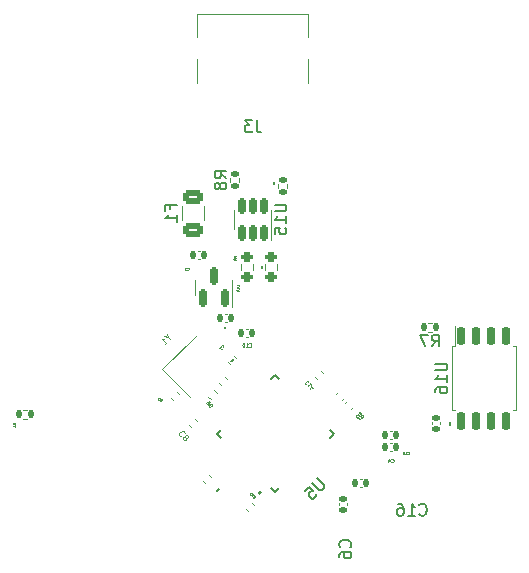
<source format=gbr>
%TF.GenerationSoftware,KiCad,Pcbnew,(6.0.5)*%
%TF.CreationDate,2022-06-10T22:56:38+05:30*%
%TF.ProjectId,mv2,6d76322e-6b69-4636-9164-5f7063625858,rev?*%
%TF.SameCoordinates,Original*%
%TF.FileFunction,Legend,Bot*%
%TF.FilePolarity,Positive*%
%FSLAX46Y46*%
G04 Gerber Fmt 4.6, Leading zero omitted, Abs format (unit mm)*
G04 Created by KiCad (PCBNEW (6.0.5)) date 2022-06-10 22:56:38*
%MOMM*%
%LPD*%
G01*
G04 APERTURE LIST*
G04 Aperture macros list*
%AMRoundRect*
0 Rectangle with rounded corners*
0 $1 Rounding radius*
0 $2 $3 $4 $5 $6 $7 $8 $9 X,Y pos of 4 corners*
0 Add a 4 corners polygon primitive as box body*
4,1,4,$2,$3,$4,$5,$6,$7,$8,$9,$2,$3,0*
0 Add four circle primitives for the rounded corners*
1,1,$1+$1,$2,$3*
1,1,$1+$1,$4,$5*
1,1,$1+$1,$6,$7*
1,1,$1+$1,$8,$9*
0 Add four rect primitives between the rounded corners*
20,1,$1+$1,$2,$3,$4,$5,0*
20,1,$1+$1,$4,$5,$6,$7,0*
20,1,$1+$1,$6,$7,$8,$9,0*
20,1,$1+$1,$8,$9,$2,$3,0*%
%AMRotRect*
0 Rectangle, with rotation*
0 The origin of the aperture is its center*
0 $1 length*
0 $2 width*
0 $3 Rotation angle, in degrees counterclockwise*
0 Add horizontal line*
21,1,$1,$2,0,0,$3*%
G04 Aperture macros list end*
%ADD10C,0.050000*%
%ADD11C,0.150000*%
%ADD12C,0.075000*%
%ADD13C,0.025000*%
%ADD14C,0.125000*%
%ADD15C,0.120000*%
%ADD16C,0.200000*%
%ADD17C,0.127000*%
%ADD18C,2.250000*%
%ADD19C,1.508000*%
%ADD20C,1.700000*%
%ADD21C,3.987800*%
%ADD22C,2.000000*%
%ADD23R,2.000000X3.200000*%
%ADD24R,2.000000X2.000000*%
%ADD25O,1.350000X1.350000*%
%ADD26R,1.350000X1.350000*%
%ADD27O,1.700000X1.700000*%
%ADD28R,1.700000X1.700000*%
%ADD29RoundRect,0.200000X-0.275000X0.200000X-0.275000X-0.200000X0.275000X-0.200000X0.275000X0.200000X0*%
%ADD30RoundRect,0.140000X-0.170000X0.140000X-0.170000X-0.140000X0.170000X-0.140000X0.170000X0.140000X0*%
%ADD31RoundRect,0.140000X-0.140000X-0.170000X0.140000X-0.170000X0.140000X0.170000X-0.140000X0.170000X0*%
%ADD32RoundRect,0.140000X0.219203X0.021213X0.021213X0.219203X-0.219203X-0.021213X-0.021213X-0.219203X0*%
%ADD33RoundRect,0.140000X0.021213X-0.219203X0.219203X-0.021213X-0.021213X0.219203X-0.219203X0.021213X0*%
%ADD34RoundRect,0.135000X0.135000X0.185000X-0.135000X0.185000X-0.135000X-0.185000X0.135000X-0.185000X0*%
%ADD35RoundRect,0.150000X0.150000X-0.512500X0.150000X0.512500X-0.150000X0.512500X-0.150000X-0.512500X0*%
%ADD36RoundRect,0.250000X-0.625000X0.375000X-0.625000X-0.375000X0.625000X-0.375000X0.625000X0.375000X0*%
%ADD37RoundRect,0.135000X-0.185000X0.135000X-0.185000X-0.135000X0.185000X-0.135000X0.185000X0.135000X0*%
%ADD38RoundRect,0.140000X-0.219203X-0.021213X-0.021213X-0.219203X0.219203X0.021213X0.021213X0.219203X0*%
%ADD39RoundRect,0.135000X-0.226274X-0.035355X-0.035355X-0.226274X0.226274X0.035355X0.035355X0.226274X0*%
%ADD40RoundRect,0.140000X0.140000X0.170000X-0.140000X0.170000X-0.140000X-0.170000X0.140000X-0.170000X0*%
%ADD41RoundRect,0.135000X-0.135000X-0.185000X0.135000X-0.185000X0.135000X0.185000X-0.135000X0.185000X0*%
%ADD42RoundRect,0.140000X0.170000X-0.140000X0.170000X0.140000X-0.170000X0.140000X-0.170000X-0.140000X0*%
%ADD43RoundRect,0.150000X0.150000X-0.587500X0.150000X0.587500X-0.150000X0.587500X-0.150000X-0.587500X0*%
%ADD44RoundRect,0.150000X-0.150000X0.650000X-0.150000X-0.650000X0.150000X-0.650000X0.150000X0.650000X0*%
%ADD45RotRect,3.100000X3.100000X45.000000*%
%ADD46RoundRect,0.020000X0.226274X-0.339411X0.339411X-0.226274X-0.226274X0.339411X-0.339411X0.226274X0*%
%ADD47RoundRect,0.006000X-0.226274X-0.359210X0.359210X0.226274X0.226274X0.359210X-0.359210X-0.226274X0*%
%ADD48O,1.000000X2.100000*%
%ADD49O,1.000000X1.600000*%
%ADD50R,0.600000X1.450000*%
%ADD51R,0.300000X1.450000*%
%ADD52C,0.650000*%
%ADD53RotRect,1.400000X1.200000X45.000000*%
G04 APERTURE END LIST*
D10*
%TO.C,R4*%
X148680476Y-61180666D02*
X148585238Y-61114000D01*
X148680476Y-61066380D02*
X148480476Y-61066380D01*
X148480476Y-61142571D01*
X148490000Y-61161619D01*
X148499523Y-61171142D01*
X148518571Y-61180666D01*
X148547142Y-61180666D01*
X148566190Y-61171142D01*
X148575714Y-61161619D01*
X148585238Y-61142571D01*
X148585238Y-61066380D01*
X148547142Y-61352095D02*
X148680476Y-61352095D01*
X148470952Y-61304476D02*
X148613809Y-61256857D01*
X148613809Y-61380666D01*
D11*
%TO.C,C6*%
X158345142Y-85685333D02*
X158392761Y-85637714D01*
X158440380Y-85494857D01*
X158440380Y-85399619D01*
X158392761Y-85256761D01*
X158297523Y-85161523D01*
X158202285Y-85113904D01*
X158011809Y-85066285D01*
X157868952Y-85066285D01*
X157678476Y-85113904D01*
X157583238Y-85161523D01*
X157488000Y-85256761D01*
X157440380Y-85399619D01*
X157440380Y-85494857D01*
X157488000Y-85637714D01*
X157535619Y-85685333D01*
X157440380Y-86542476D02*
X157440380Y-86352000D01*
X157488000Y-86256761D01*
X157535619Y-86209142D01*
X157678476Y-86113904D01*
X157868952Y-86066285D01*
X158249904Y-86066285D01*
X158345142Y-86113904D01*
X158392761Y-86161523D01*
X158440380Y-86256761D01*
X158440380Y-86447238D01*
X158392761Y-86542476D01*
X158345142Y-86590095D01*
X158249904Y-86637714D01*
X158011809Y-86637714D01*
X157916571Y-86590095D01*
X157868952Y-86542476D01*
X157821333Y-86447238D01*
X157821333Y-86256761D01*
X157868952Y-86161523D01*
X157916571Y-86113904D01*
X158011809Y-86066285D01*
D12*
%TO.C,C4*%
X161848000Y-78483142D02*
X161862285Y-78497428D01*
X161905142Y-78511714D01*
X161933714Y-78511714D01*
X161976571Y-78497428D01*
X162005142Y-78468857D01*
X162019428Y-78440285D01*
X162033714Y-78383142D01*
X162033714Y-78340285D01*
X162019428Y-78283142D01*
X162005142Y-78254571D01*
X161976571Y-78226000D01*
X161933714Y-78211714D01*
X161905142Y-78211714D01*
X161862285Y-78226000D01*
X161848000Y-78240285D01*
X161590857Y-78311714D02*
X161590857Y-78511714D01*
X161662285Y-78197428D02*
X161733714Y-78411714D01*
X161548000Y-78411714D01*
D10*
%TO.C,C18*%
X150073594Y-81138578D02*
X150073594Y-81125109D01*
X150060126Y-81098172D01*
X150046657Y-81084703D01*
X150019720Y-81071235D01*
X149992782Y-81071235D01*
X149972579Y-81077969D01*
X149938907Y-81098172D01*
X149918704Y-81118375D01*
X149898501Y-81152047D01*
X149891767Y-81172250D01*
X149891767Y-81199187D01*
X149905236Y-81226125D01*
X149918704Y-81239593D01*
X149945642Y-81253062D01*
X149959110Y-81253062D01*
X150221750Y-81259796D02*
X150140938Y-81178984D01*
X150181344Y-81219390D02*
X150039923Y-81360812D01*
X150046657Y-81327140D01*
X150046657Y-81300203D01*
X150039923Y-81280000D01*
X150221750Y-81421421D02*
X150201547Y-81414687D01*
X150188078Y-81414687D01*
X150167875Y-81421421D01*
X150161141Y-81428155D01*
X150154407Y-81448358D01*
X150154407Y-81461827D01*
X150161141Y-81482030D01*
X150188078Y-81508967D01*
X150208281Y-81515702D01*
X150221750Y-81515702D01*
X150241953Y-81508967D01*
X150248688Y-81502233D01*
X150255422Y-81482030D01*
X150255422Y-81468561D01*
X150248688Y-81448358D01*
X150221750Y-81421421D01*
X150215016Y-81401218D01*
X150215016Y-81387749D01*
X150221750Y-81367546D01*
X150248688Y-81340609D01*
X150268891Y-81333874D01*
X150282359Y-81333874D01*
X150302562Y-81340609D01*
X150329500Y-81367546D01*
X150336234Y-81387749D01*
X150336234Y-81401218D01*
X150329500Y-81421421D01*
X150302562Y-81448358D01*
X150282359Y-81455093D01*
X150268891Y-81455093D01*
X150248688Y-81448358D01*
%TO.C,C17*%
X159399421Y-74635593D02*
X159412890Y-74635593D01*
X159439827Y-74622125D01*
X159453296Y-74608656D01*
X159466764Y-74581719D01*
X159466764Y-74554781D01*
X159460030Y-74534578D01*
X159439827Y-74500906D01*
X159419624Y-74480703D01*
X159385952Y-74460500D01*
X159365749Y-74453766D01*
X159338812Y-74453766D01*
X159311874Y-74467235D01*
X159298406Y-74480703D01*
X159284937Y-74507641D01*
X159284937Y-74521109D01*
X159278203Y-74783749D02*
X159359015Y-74702937D01*
X159318609Y-74743343D02*
X159177187Y-74601922D01*
X159210859Y-74608656D01*
X159237796Y-74608656D01*
X159258000Y-74601922D01*
X159089641Y-74689468D02*
X158995360Y-74783749D01*
X159197390Y-74864561D01*
%TO.C,C3*%
X144559333Y-62191428D02*
X144568857Y-62200952D01*
X144597428Y-62210476D01*
X144616476Y-62210476D01*
X144645047Y-62200952D01*
X144664095Y-62181904D01*
X144673619Y-62162857D01*
X144683142Y-62124761D01*
X144683142Y-62096190D01*
X144673619Y-62058095D01*
X144664095Y-62039047D01*
X144645047Y-62020000D01*
X144616476Y-62010476D01*
X144597428Y-62010476D01*
X144568857Y-62020000D01*
X144559333Y-62029523D01*
X144492666Y-62010476D02*
X144368857Y-62010476D01*
X144435523Y-62086666D01*
X144406952Y-62086666D01*
X144387904Y-62096190D01*
X144378380Y-62105714D01*
X144368857Y-62124761D01*
X144368857Y-62172380D01*
X144378380Y-62191428D01*
X144387904Y-62200952D01*
X144406952Y-62210476D01*
X144464095Y-62210476D01*
X144483142Y-62200952D01*
X144492666Y-62191428D01*
%TO.C,R1*%
X130002450Y-75286692D02*
X129907212Y-75220026D01*
X130002450Y-75172406D02*
X129802450Y-75172406D01*
X129802450Y-75248597D01*
X129811974Y-75267645D01*
X129821497Y-75277168D01*
X129840545Y-75286692D01*
X129869116Y-75286692D01*
X129888164Y-75277168D01*
X129897688Y-75267645D01*
X129907212Y-75248597D01*
X129907212Y-75172406D01*
X130002450Y-75477168D02*
X130002450Y-75362883D01*
X130002450Y-75420026D02*
X129802450Y-75420026D01*
X129831021Y-75400978D01*
X129850069Y-75381930D01*
X129859593Y-75362883D01*
D11*
%TO.C,U15*%
X151966380Y-56673904D02*
X152775904Y-56673904D01*
X152871142Y-56721523D01*
X152918761Y-56769142D01*
X152966380Y-56864380D01*
X152966380Y-57054857D01*
X152918761Y-57150095D01*
X152871142Y-57197714D01*
X152775904Y-57245333D01*
X151966380Y-57245333D01*
X152966380Y-58245333D02*
X152966380Y-57673904D01*
X152966380Y-57959619D02*
X151966380Y-57959619D01*
X152109238Y-57864380D01*
X152204476Y-57769142D01*
X152252095Y-57673904D01*
X151966380Y-59150095D02*
X151966380Y-58673904D01*
X152442571Y-58626285D01*
X152394952Y-58673904D01*
X152347333Y-58769142D01*
X152347333Y-59007238D01*
X152394952Y-59102476D01*
X152442571Y-59150095D01*
X152537809Y-59197714D01*
X152775904Y-59197714D01*
X152871142Y-59150095D01*
X152918761Y-59102476D01*
X152966380Y-59007238D01*
X152966380Y-58769142D01*
X152918761Y-58673904D01*
X152871142Y-58626285D01*
D13*
%TO.C,C15*%
X147187325Y-80802411D02*
X147194060Y-80802411D01*
X147207528Y-80795677D01*
X147214263Y-80788943D01*
X147220997Y-80775474D01*
X147220997Y-80762005D01*
X147217630Y-80751904D01*
X147207528Y-80735068D01*
X147197427Y-80724966D01*
X147180591Y-80714865D01*
X147170489Y-80711498D01*
X147157021Y-80711498D01*
X147143552Y-80718232D01*
X147136818Y-80724966D01*
X147130083Y-80738435D01*
X147130083Y-80745169D01*
X147126716Y-80876489D02*
X147167122Y-80836083D01*
X147146919Y-80856286D02*
X147076208Y-80785576D01*
X147093044Y-80788943D01*
X147106513Y-80788943D01*
X147116615Y-80785576D01*
X146992029Y-80869755D02*
X147025701Y-80836083D01*
X147062740Y-80866388D01*
X147056005Y-80866388D01*
X147045904Y-80869755D01*
X147029068Y-80886591D01*
X147025701Y-80896692D01*
X147025701Y-80903427D01*
X147029068Y-80913528D01*
X147045904Y-80930364D01*
X147056005Y-80933731D01*
X147062740Y-80933731D01*
X147072841Y-80930364D01*
X147089677Y-80913528D01*
X147093044Y-80903427D01*
X147093044Y-80896692D01*
D10*
%TO.C,C7*%
X147562666Y-68775526D02*
X147576135Y-68775526D01*
X147603072Y-68762057D01*
X147616541Y-68748588D01*
X147630010Y-68721651D01*
X147630010Y-68694714D01*
X147623276Y-68674511D01*
X147603072Y-68640839D01*
X147582869Y-68620636D01*
X147549198Y-68600433D01*
X147528995Y-68593698D01*
X147502057Y-68593698D01*
X147475120Y-68607167D01*
X147461651Y-68620636D01*
X147448182Y-68647573D01*
X147448182Y-68661042D01*
X147387573Y-68694714D02*
X147293292Y-68788995D01*
X147495323Y-68869807D01*
D11*
%TO.C,F1*%
X143142571Y-57070666D02*
X143142571Y-56737333D01*
X143666380Y-56737333D02*
X142666380Y-56737333D01*
X142666380Y-57213523D01*
X143666380Y-58118285D02*
X143666380Y-57546857D01*
X143666380Y-57832571D02*
X142666380Y-57832571D01*
X142809238Y-57737333D01*
X142904476Y-57642095D01*
X142952095Y-57546857D01*
%TO.C,R8*%
X147872380Y-54443333D02*
X147396190Y-54110000D01*
X147872380Y-53871904D02*
X146872380Y-53871904D01*
X146872380Y-54252857D01*
X146920000Y-54348095D01*
X146967619Y-54395714D01*
X147062857Y-54443333D01*
X147205714Y-54443333D01*
X147300952Y-54395714D01*
X147348571Y-54348095D01*
X147396190Y-54252857D01*
X147396190Y-53871904D01*
X147300952Y-55014761D02*
X147253333Y-54919523D01*
X147205714Y-54871904D01*
X147110476Y-54824285D01*
X147062857Y-54824285D01*
X146967619Y-54871904D01*
X146920000Y-54919523D01*
X146872380Y-55014761D01*
X146872380Y-55205238D01*
X146920000Y-55300476D01*
X146967619Y-55348095D01*
X147062857Y-55395714D01*
X147110476Y-55395714D01*
X147205714Y-55348095D01*
X147253333Y-55300476D01*
X147300952Y-55205238D01*
X147300952Y-55014761D01*
X147348571Y-54919523D01*
X147396190Y-54871904D01*
X147491428Y-54824285D01*
X147681904Y-54824285D01*
X147777142Y-54871904D01*
X147824761Y-54919523D01*
X147872380Y-55014761D01*
X147872380Y-55205238D01*
X147824761Y-55300476D01*
X147777142Y-55348095D01*
X147681904Y-55395714D01*
X147491428Y-55395714D01*
X147396190Y-55348095D01*
X147348571Y-55300476D01*
X147300952Y-55205238D01*
D14*
%TO.C,C8*%
X144339343Y-76014805D02*
X144339343Y-75981133D01*
X144305671Y-75913790D01*
X144272000Y-75880118D01*
X144204656Y-75846446D01*
X144137312Y-75846446D01*
X144086805Y-75863282D01*
X144002625Y-75913790D01*
X143952118Y-75964297D01*
X143901610Y-76048477D01*
X143884774Y-76098984D01*
X143884774Y-76166328D01*
X143918446Y-76233671D01*
X143952118Y-76267343D01*
X144019461Y-76301015D01*
X144053133Y-76301015D01*
X144373015Y-76385194D02*
X144322507Y-76368358D01*
X144288835Y-76368358D01*
X144238328Y-76385194D01*
X144221492Y-76402030D01*
X144204656Y-76452538D01*
X144204656Y-76486209D01*
X144221492Y-76536717D01*
X144288835Y-76604061D01*
X144339343Y-76620896D01*
X144373015Y-76620896D01*
X144423522Y-76604061D01*
X144440358Y-76587225D01*
X144457194Y-76536717D01*
X144457194Y-76503045D01*
X144440358Y-76452538D01*
X144373015Y-76385194D01*
X144356179Y-76334687D01*
X144356179Y-76301015D01*
X144373015Y-76250507D01*
X144440358Y-76183164D01*
X144490866Y-76166328D01*
X144524538Y-76166328D01*
X144575045Y-76183164D01*
X144642389Y-76250507D01*
X144659225Y-76301015D01*
X144659225Y-76334687D01*
X144642389Y-76385194D01*
X144575045Y-76452538D01*
X144524538Y-76469374D01*
X144490866Y-76469374D01*
X144440358Y-76452538D01*
D12*
%TO.C,C14*%
X154821146Y-71728111D02*
X154821146Y-71707908D01*
X154800943Y-71667502D01*
X154780740Y-71647299D01*
X154740334Y-71627096D01*
X154699928Y-71627096D01*
X154669623Y-71637198D01*
X154619116Y-71667502D01*
X154588811Y-71697807D01*
X154558507Y-71748315D01*
X154548405Y-71778619D01*
X154548405Y-71819025D01*
X154568608Y-71859431D01*
X154588811Y-71879634D01*
X154629217Y-71899837D01*
X154649420Y-71899837D01*
X155043380Y-71909939D02*
X154922162Y-71788721D01*
X154982771Y-71849330D02*
X154770639Y-72061462D01*
X154780740Y-72010954D01*
X154780740Y-71970548D01*
X154770639Y-71940244D01*
X155083786Y-72233188D02*
X155225207Y-72091766D01*
X154952466Y-72263492D02*
X155053481Y-72061462D01*
X155184801Y-72192782D01*
%TO.C,R6*%
X146511985Y-73422055D02*
X146340259Y-73452359D01*
X146390766Y-73300836D02*
X146178634Y-73512968D01*
X146259447Y-73593781D01*
X146289751Y-73603882D01*
X146309954Y-73603882D01*
X146340259Y-73593781D01*
X146370563Y-73563476D01*
X146380665Y-73533171D01*
X146380665Y-73512968D01*
X146370563Y-73482664D01*
X146289751Y-73401852D01*
X146481680Y-73816014D02*
X146441274Y-73775608D01*
X146431172Y-73745303D01*
X146431172Y-73725100D01*
X146441274Y-73674593D01*
X146471579Y-73624085D01*
X146552391Y-73543273D01*
X146582695Y-73533171D01*
X146602898Y-73533171D01*
X146633203Y-73543273D01*
X146673609Y-73583679D01*
X146683711Y-73613984D01*
X146683711Y-73634187D01*
X146673609Y-73664491D01*
X146623101Y-73714999D01*
X146592797Y-73725100D01*
X146572594Y-73725100D01*
X146542289Y-73714999D01*
X146501883Y-73674593D01*
X146491782Y-73644288D01*
X146491782Y-73624085D01*
X146501883Y-73593781D01*
D13*
%TO.C,C5*%
X147736830Y-67091714D02*
X147741592Y-67096476D01*
X147755878Y-67101238D01*
X147765402Y-67101238D01*
X147779687Y-67096476D01*
X147789211Y-67086952D01*
X147793973Y-67077428D01*
X147798735Y-67058380D01*
X147798735Y-67044095D01*
X147793973Y-67025047D01*
X147789211Y-67015523D01*
X147779687Y-67006000D01*
X147765402Y-67001238D01*
X147755878Y-67001238D01*
X147741592Y-67006000D01*
X147736830Y-67010761D01*
X147646354Y-67001238D02*
X147693973Y-67001238D01*
X147698735Y-67048857D01*
X147693973Y-67044095D01*
X147684449Y-67039333D01*
X147660640Y-67039333D01*
X147651116Y-67044095D01*
X147646354Y-67048857D01*
X147641592Y-67058380D01*
X147641592Y-67082190D01*
X147646354Y-67091714D01*
X147651116Y-67096476D01*
X147660640Y-67101238D01*
X147684449Y-67101238D01*
X147693973Y-67096476D01*
X147698735Y-67091714D01*
D11*
%TO.C,R7*%
X165266666Y-68678380D02*
X165600000Y-68202190D01*
X165838095Y-68678380D02*
X165838095Y-67678380D01*
X165457142Y-67678380D01*
X165361904Y-67726000D01*
X165314285Y-67773619D01*
X165266666Y-67868857D01*
X165266666Y-68011714D01*
X165314285Y-68106952D01*
X165361904Y-68154571D01*
X165457142Y-68202190D01*
X165838095Y-68202190D01*
X164933333Y-67678380D02*
X164266666Y-67678380D01*
X164695238Y-68678380D01*
D13*
%TO.C,R5*%
X150921238Y-61959333D02*
X150873619Y-61926000D01*
X150921238Y-61902190D02*
X150821238Y-61902190D01*
X150821238Y-61940285D01*
X150826000Y-61949809D01*
X150830761Y-61954571D01*
X150840285Y-61959333D01*
X150854571Y-61959333D01*
X150864095Y-61954571D01*
X150868857Y-61949809D01*
X150873619Y-61940285D01*
X150873619Y-61902190D01*
X150821238Y-62049809D02*
X150821238Y-62002190D01*
X150868857Y-61997428D01*
X150864095Y-62002190D01*
X150859333Y-62011714D01*
X150859333Y-62035523D01*
X150864095Y-62045047D01*
X150868857Y-62049809D01*
X150878380Y-62054571D01*
X150902190Y-62054571D01*
X150911714Y-62049809D01*
X150916476Y-62045047D01*
X150921238Y-62035523D01*
X150921238Y-62011714D01*
X150916476Y-62002190D01*
X150911714Y-61997428D01*
%TO.C,R9*%
X151937238Y-54847333D02*
X151889619Y-54814000D01*
X151937238Y-54790190D02*
X151837238Y-54790190D01*
X151837238Y-54828285D01*
X151842000Y-54837809D01*
X151846761Y-54842571D01*
X151856285Y-54847333D01*
X151870571Y-54847333D01*
X151880095Y-54842571D01*
X151884857Y-54837809D01*
X151889619Y-54828285D01*
X151889619Y-54790190D01*
X151937238Y-54894952D02*
X151937238Y-54914000D01*
X151932476Y-54923523D01*
X151927714Y-54928285D01*
X151913428Y-54937809D01*
X151894380Y-54942571D01*
X151856285Y-54942571D01*
X151846761Y-54937809D01*
X151842000Y-54933047D01*
X151837238Y-54923523D01*
X151837238Y-54904476D01*
X151842000Y-54894952D01*
X151846761Y-54890190D01*
X151856285Y-54885428D01*
X151880095Y-54885428D01*
X151889619Y-54890190D01*
X151894380Y-54894952D01*
X151899142Y-54904476D01*
X151899142Y-54923523D01*
X151894380Y-54933047D01*
X151889619Y-54937809D01*
X151880095Y-54942571D01*
%TO.C,C19*%
X166803714Y-75119714D02*
X166808476Y-75114952D01*
X166813238Y-75100666D01*
X166813238Y-75091142D01*
X166808476Y-75076857D01*
X166798952Y-75067333D01*
X166789428Y-75062571D01*
X166770380Y-75057809D01*
X166756095Y-75057809D01*
X166737047Y-75062571D01*
X166727523Y-75067333D01*
X166718000Y-75076857D01*
X166713238Y-75091142D01*
X166713238Y-75100666D01*
X166718000Y-75114952D01*
X166722761Y-75119714D01*
X166813238Y-75214952D02*
X166813238Y-75157809D01*
X166813238Y-75186380D02*
X166713238Y-75186380D01*
X166727523Y-75176857D01*
X166737047Y-75167333D01*
X166741809Y-75157809D01*
X166813238Y-75262571D02*
X166813238Y-75281619D01*
X166808476Y-75291142D01*
X166803714Y-75295904D01*
X166789428Y-75305428D01*
X166770380Y-75310190D01*
X166732285Y-75310190D01*
X166722761Y-75305428D01*
X166718000Y-75300666D01*
X166713238Y-75291142D01*
X166713238Y-75272095D01*
X166718000Y-75262571D01*
X166722761Y-75257809D01*
X166732285Y-75253047D01*
X166756095Y-75253047D01*
X166765619Y-75257809D01*
X166770380Y-75262571D01*
X166775142Y-75272095D01*
X166775142Y-75291142D01*
X166770380Y-75300666D01*
X166765619Y-75305428D01*
X166756095Y-75310190D01*
%TO.C,C13*%
X148406710Y-69829797D02*
X148413445Y-69829797D01*
X148426913Y-69823063D01*
X148433648Y-69816329D01*
X148440382Y-69802860D01*
X148440382Y-69789391D01*
X148437015Y-69779290D01*
X148426913Y-69762454D01*
X148416812Y-69752352D01*
X148399976Y-69742251D01*
X148389874Y-69738884D01*
X148376406Y-69738884D01*
X148362937Y-69745618D01*
X148356203Y-69752352D01*
X148349468Y-69765821D01*
X148349468Y-69772555D01*
X148346101Y-69903875D02*
X148386507Y-69863469D01*
X148366304Y-69883672D02*
X148295593Y-69812962D01*
X148312429Y-69816329D01*
X148325898Y-69816329D01*
X148336000Y-69812962D01*
X148251820Y-69856735D02*
X148208047Y-69900508D01*
X148258554Y-69903875D01*
X148248453Y-69913977D01*
X148245086Y-69924078D01*
X148245086Y-69930813D01*
X148248453Y-69940914D01*
X148265289Y-69957750D01*
X148275390Y-69961117D01*
X148282125Y-69961117D01*
X148292226Y-69957750D01*
X148312429Y-69937547D01*
X148315796Y-69927446D01*
X148315796Y-69920711D01*
D10*
%TO.C,U14*%
X148734476Y-63506380D02*
X148896380Y-63506380D01*
X148915428Y-63515904D01*
X148924952Y-63525428D01*
X148934476Y-63544476D01*
X148934476Y-63582571D01*
X148924952Y-63601619D01*
X148915428Y-63611142D01*
X148896380Y-63620666D01*
X148734476Y-63620666D01*
X148934476Y-63820666D02*
X148934476Y-63706380D01*
X148934476Y-63763523D02*
X148734476Y-63763523D01*
X148763047Y-63744476D01*
X148782095Y-63725428D01*
X148791619Y-63706380D01*
X148801142Y-63992095D02*
X148934476Y-63992095D01*
X148724952Y-63944476D02*
X148867809Y-63896857D01*
X148867809Y-64020666D01*
D11*
%TO.C,U16*%
X165564380Y-70135904D02*
X166373904Y-70135904D01*
X166469142Y-70183523D01*
X166516761Y-70231142D01*
X166564380Y-70326380D01*
X166564380Y-70516857D01*
X166516761Y-70612095D01*
X166469142Y-70659714D01*
X166373904Y-70707333D01*
X165564380Y-70707333D01*
X166564380Y-71707333D02*
X166564380Y-71135904D01*
X166564380Y-71421619D02*
X165564380Y-71421619D01*
X165707238Y-71326380D01*
X165802476Y-71231142D01*
X165850095Y-71135904D01*
X165564380Y-72564476D02*
X165564380Y-72374000D01*
X165612000Y-72278761D01*
X165659619Y-72231142D01*
X165802476Y-72135904D01*
X165992952Y-72088285D01*
X166373904Y-72088285D01*
X166469142Y-72135904D01*
X166516761Y-72183523D01*
X166564380Y-72278761D01*
X166564380Y-72469238D01*
X166516761Y-72564476D01*
X166469142Y-72612095D01*
X166373904Y-72659714D01*
X166135809Y-72659714D01*
X166040571Y-72612095D01*
X165992952Y-72564476D01*
X165945333Y-72469238D01*
X165945333Y-72278761D01*
X165992952Y-72183523D01*
X166040571Y-72135904D01*
X166135809Y-72088285D01*
%TO.C,U5*%
X155571706Y-79863428D02*
X156144126Y-80435848D01*
X156177798Y-80536863D01*
X156177798Y-80604207D01*
X156144126Y-80705222D01*
X156009439Y-80839909D01*
X155908424Y-80873581D01*
X155841080Y-80873581D01*
X155740065Y-80839909D01*
X155167645Y-80267489D01*
X154494210Y-80940924D02*
X154830928Y-80604207D01*
X155201317Y-80907253D01*
X155133974Y-80907253D01*
X155032958Y-80940924D01*
X154864600Y-81109283D01*
X154830928Y-81210298D01*
X154830928Y-81277642D01*
X154864600Y-81378657D01*
X155032958Y-81547016D01*
X155133974Y-81580688D01*
X155201317Y-81580688D01*
X155302332Y-81547016D01*
X155470691Y-81378657D01*
X155504363Y-81277642D01*
X155504363Y-81210298D01*
D10*
%TO.C,C11*%
X163196571Y-77795428D02*
X163206095Y-77804952D01*
X163234666Y-77814476D01*
X163253714Y-77814476D01*
X163282285Y-77804952D01*
X163301333Y-77785904D01*
X163310857Y-77766857D01*
X163320380Y-77728761D01*
X163320380Y-77700190D01*
X163310857Y-77662095D01*
X163301333Y-77643047D01*
X163282285Y-77624000D01*
X163253714Y-77614476D01*
X163234666Y-77614476D01*
X163206095Y-77624000D01*
X163196571Y-77633523D01*
X163006095Y-77814476D02*
X163120380Y-77814476D01*
X163063238Y-77814476D02*
X163063238Y-77614476D01*
X163082285Y-77643047D01*
X163101333Y-77662095D01*
X163120380Y-77671619D01*
X162815619Y-77814476D02*
X162929904Y-77814476D01*
X162872761Y-77814476D02*
X162872761Y-77614476D01*
X162891809Y-77643047D01*
X162910857Y-77662095D01*
X162929904Y-77671619D01*
D11*
%TO.C,J3*%
X150447333Y-49547380D02*
X150447333Y-50261666D01*
X150494952Y-50404523D01*
X150590190Y-50499761D01*
X150733047Y-50547380D01*
X150828285Y-50547380D01*
X150066380Y-49547380D02*
X149447333Y-49547380D01*
X149780666Y-49928333D01*
X149637809Y-49928333D01*
X149542571Y-49975952D01*
X149494952Y-50023571D01*
X149447333Y-50118809D01*
X149447333Y-50356904D01*
X149494952Y-50452142D01*
X149542571Y-50499761D01*
X149637809Y-50547380D01*
X149923523Y-50547380D01*
X150018761Y-50499761D01*
X150066380Y-50452142D01*
D10*
%TO.C,Ce*%
X142273671Y-73084657D02*
X142273671Y-73071188D01*
X142260203Y-73044251D01*
X142246734Y-73030782D01*
X142219796Y-73017313D01*
X142192859Y-73017313D01*
X142172656Y-73024048D01*
X142138984Y-73044251D01*
X142118781Y-73064454D01*
X142098578Y-73098126D01*
X142091844Y-73118329D01*
X142091844Y-73145266D01*
X142105312Y-73172204D01*
X142118781Y-73185672D01*
X142145719Y-73199141D01*
X142159187Y-73199141D01*
X142394890Y-73192407D02*
X142388155Y-73172204D01*
X142361218Y-73145266D01*
X142341015Y-73138532D01*
X142320812Y-73145266D01*
X142266937Y-73199141D01*
X142260203Y-73219344D01*
X142266937Y-73239547D01*
X142293874Y-73266484D01*
X142314077Y-73273219D01*
X142334280Y-73266484D01*
X142347749Y-73253016D01*
X142293874Y-73172204D01*
D14*
%TO.C,Y1*%
X142907940Y-67895223D02*
X143076299Y-68063582D01*
X142840597Y-67592177D02*
X142907940Y-67895223D01*
X142604895Y-67827879D01*
X142655402Y-68484478D02*
X142857433Y-68282448D01*
X142756417Y-68383463D02*
X142402864Y-68029910D01*
X142487043Y-68046746D01*
X142554387Y-68046746D01*
X142604895Y-68029910D01*
D10*
%TO.C,C12*%
X159203665Y-74439837D02*
X159217134Y-74439837D01*
X159244071Y-74426369D01*
X159257540Y-74412900D01*
X159271008Y-74385963D01*
X159271008Y-74359025D01*
X159264274Y-74338822D01*
X159244071Y-74305150D01*
X159223868Y-74284947D01*
X159190196Y-74264744D01*
X159169993Y-74258010D01*
X159143056Y-74258010D01*
X159116118Y-74271479D01*
X159102650Y-74284947D01*
X159089181Y-74311885D01*
X159089181Y-74325353D01*
X159082447Y-74587993D02*
X159163259Y-74507181D01*
X159122853Y-74547587D02*
X158981431Y-74406166D01*
X159015103Y-74412900D01*
X159042040Y-74412900D01*
X159062244Y-74406166D01*
X158900619Y-74513915D02*
X158887150Y-74513915D01*
X158866947Y-74520650D01*
X158833276Y-74554321D01*
X158826541Y-74574524D01*
X158826541Y-74587993D01*
X158833276Y-74608196D01*
X158846744Y-74621665D01*
X158873682Y-74635134D01*
X159035306Y-74635134D01*
X158947760Y-74722680D01*
D11*
%TO.C,C16*%
X164218857Y-82907142D02*
X164266476Y-82954761D01*
X164409333Y-83002380D01*
X164504571Y-83002380D01*
X164647428Y-82954761D01*
X164742666Y-82859523D01*
X164790285Y-82764285D01*
X164837904Y-82573809D01*
X164837904Y-82430952D01*
X164790285Y-82240476D01*
X164742666Y-82145238D01*
X164647428Y-82050000D01*
X164504571Y-82002380D01*
X164409333Y-82002380D01*
X164266476Y-82050000D01*
X164218857Y-82097619D01*
X163266476Y-83002380D02*
X163837904Y-83002380D01*
X163552190Y-83002380D02*
X163552190Y-82002380D01*
X163647428Y-82145238D01*
X163742666Y-82240476D01*
X163837904Y-82288095D01*
X162409333Y-82002380D02*
X162599809Y-82002380D01*
X162695047Y-82050000D01*
X162742666Y-82097619D01*
X162837904Y-82240476D01*
X162885523Y-82430952D01*
X162885523Y-82811904D01*
X162837904Y-82907142D01*
X162790285Y-82954761D01*
X162695047Y-83002380D01*
X162504571Y-83002380D01*
X162409333Y-82954761D01*
X162361714Y-82907142D01*
X162314095Y-82811904D01*
X162314095Y-82573809D01*
X162361714Y-82478571D01*
X162409333Y-82430952D01*
X162504571Y-82383333D01*
X162695047Y-82383333D01*
X162790285Y-82430952D01*
X162837904Y-82478571D01*
X162885523Y-82573809D01*
D12*
%TO.C,C10*%
X149798857Y-68697857D02*
X149813142Y-68713571D01*
X149856000Y-68729285D01*
X149884571Y-68729285D01*
X149927428Y-68713571D01*
X149956000Y-68682142D01*
X149970285Y-68650714D01*
X149984571Y-68587857D01*
X149984571Y-68540714D01*
X149970285Y-68477857D01*
X149956000Y-68446428D01*
X149927428Y-68415000D01*
X149884571Y-68399285D01*
X149856000Y-68399285D01*
X149813142Y-68415000D01*
X149798857Y-68430714D01*
X149513142Y-68729285D02*
X149684571Y-68729285D01*
X149598857Y-68729285D02*
X149598857Y-68399285D01*
X149627428Y-68446428D01*
X149656000Y-68477857D01*
X149684571Y-68493571D01*
X149327428Y-68399285D02*
X149298857Y-68399285D01*
X149270285Y-68415000D01*
X149256000Y-68430714D01*
X149241714Y-68462142D01*
X149227428Y-68525000D01*
X149227428Y-68603571D01*
X149241714Y-68666428D01*
X149256000Y-68697857D01*
X149270285Y-68713571D01*
X149298857Y-68729285D01*
X149327428Y-68729285D01*
X149356000Y-68713571D01*
X149370285Y-68697857D01*
X149384571Y-68666428D01*
X149398857Y-68603571D01*
X149398857Y-68525000D01*
X149384571Y-68462142D01*
X149370285Y-68430714D01*
X149356000Y-68415000D01*
X149327428Y-68399285D01*
D15*
%TO.C,R4*%
X150128500Y-61738742D02*
X150128500Y-62213258D01*
X149083500Y-61738742D02*
X149083500Y-62213258D01*
%TO.C,C6*%
X158094000Y-81934164D02*
X158094000Y-82149836D01*
X157374000Y-81934164D02*
X157374000Y-82149836D01*
%TO.C,C4*%
X161690164Y-76856000D02*
X161905836Y-76856000D01*
X161690164Y-77576000D02*
X161905836Y-77576000D01*
%TO.C,C18*%
X149681693Y-82626810D02*
X149529190Y-82474307D01*
X150190810Y-82117693D02*
X150038307Y-81965190D01*
%TO.C,C17*%
X157658307Y-73228810D02*
X157810810Y-73076307D01*
X157149190Y-72719693D02*
X157301693Y-72567190D01*
%TO.C,C3*%
X145434164Y-60600000D02*
X145649836Y-60600000D01*
X145434164Y-61320000D02*
X145649836Y-61320000D01*
%TO.C,R1*%
X130963641Y-74802000D02*
X130656359Y-74802000D01*
X130963641Y-74042000D02*
X130656359Y-74042000D01*
%TO.C,U15*%
X148554000Y-57912000D02*
X148554000Y-58712000D01*
X148554000Y-57912000D02*
X148554000Y-57112000D01*
X151674000Y-57912000D02*
X151674000Y-57112000D01*
X151674000Y-57912000D02*
X151674000Y-59712000D01*
%TO.C,C15*%
X146040282Y-80255399D02*
X145887779Y-80102896D01*
X146549399Y-79746282D02*
X146396896Y-79593779D01*
%TO.C,C7*%
X148157693Y-70180810D02*
X148005190Y-70028307D01*
X148666810Y-69671693D02*
X148514307Y-69519190D01*
%TO.C,F1*%
X144124000Y-56801936D02*
X144124000Y-58006064D01*
X145944000Y-56801936D02*
X145944000Y-58006064D01*
%TO.C,R8*%
X148210000Y-54456359D02*
X148210000Y-54763641D01*
X148970000Y-54456359D02*
X148970000Y-54763641D01*
%TO.C,C8*%
X144855693Y-75514810D02*
X144703190Y-75362307D01*
X145364810Y-75005693D02*
X145212307Y-74853190D01*
%TO.C,C14*%
X155880307Y-70789190D02*
X156032810Y-70941693D01*
X155371190Y-71298307D02*
X155523693Y-71450810D01*
%TO.C,R6*%
X146328035Y-72951436D02*
X146545316Y-73168717D01*
X146865436Y-72414035D02*
X147082717Y-72631316D01*
%TO.C,C5*%
X147935836Y-66654000D02*
X147720164Y-66654000D01*
X147935836Y-65934000D02*
X147720164Y-65934000D01*
%TO.C,R7*%
X164946359Y-66676000D02*
X165253641Y-66676000D01*
X164946359Y-67436000D02*
X165253641Y-67436000D01*
%TO.C,R5*%
X152160500Y-61738742D02*
X152160500Y-62213258D01*
X151115500Y-61738742D02*
X151115500Y-62213258D01*
%TO.C,R9*%
X153034000Y-54964359D02*
X153034000Y-55271641D01*
X152274000Y-54964359D02*
X152274000Y-55271641D01*
%TO.C,C19*%
X165248000Y-75291836D02*
X165248000Y-75076164D01*
X165968000Y-75291836D02*
X165968000Y-75076164D01*
%TO.C,C13*%
X147395693Y-71958810D02*
X147243190Y-71806307D01*
X147904810Y-71449693D02*
X147752307Y-71297190D01*
%TO.C,U14*%
X145252000Y-63675500D02*
X145252000Y-63025500D01*
X148372000Y-63675500D02*
X148372000Y-65350500D01*
X145252000Y-63675500D02*
X145252000Y-64325500D01*
X148372000Y-63675500D02*
X148372000Y-63025500D01*
%TO.C,U16*%
X166947000Y-71374000D02*
X166947000Y-68649000D01*
X172397000Y-71374000D02*
X172397000Y-74099000D01*
X166947000Y-74099000D02*
X167207000Y-74099000D01*
X167207000Y-68649000D02*
X167207000Y-66974000D01*
X172397000Y-68649000D02*
X172137000Y-68649000D01*
X166947000Y-68649000D02*
X167207000Y-68649000D01*
X172397000Y-74099000D02*
X172137000Y-74099000D01*
X166947000Y-71374000D02*
X166947000Y-74099000D01*
X172397000Y-71374000D02*
X172397000Y-68649000D01*
D16*
%TO.C,U5*%
X150793174Y-81075780D02*
G75*
G03*
X150793174Y-81075780I-99999J0D01*
G01*
D17*
X147069253Y-76073000D02*
X147408664Y-75733589D01*
X152019000Y-71123253D02*
X152358411Y-71462664D01*
X156968747Y-76073000D02*
X156629336Y-76412411D01*
X152019000Y-81022747D02*
X152358411Y-80683336D01*
X152019000Y-71123253D02*
X151679589Y-71462664D01*
X156968747Y-76073000D02*
X156629336Y-75733589D01*
X152019000Y-81022747D02*
X151679589Y-80683336D01*
X147069253Y-76073000D02*
X147408664Y-76412411D01*
D15*
%TO.C,C11*%
X161690164Y-75840000D02*
X161905836Y-75840000D01*
X161690164Y-76560000D02*
X161905836Y-76560000D01*
%TO.C,J3*%
X145414000Y-42450000D02*
X145414000Y-40550000D01*
X154814000Y-42450000D02*
X154814000Y-40550000D01*
X154814000Y-46350000D02*
X154814000Y-44350000D01*
X145414000Y-46350000D02*
X145414000Y-44350000D01*
X145414000Y-40550000D02*
X154814000Y-40550000D01*
%TO.C,Ce*%
X143840810Y-72719693D02*
X143688307Y-72567190D01*
X143331693Y-73228810D02*
X143179190Y-73076307D01*
%TO.C,Y1*%
X142453060Y-70605487D02*
X145281487Y-67777060D01*
X144786513Y-72938940D02*
X142453060Y-70605487D01*
%TO.C,C12*%
X158420307Y-73990810D02*
X158572810Y-73838307D01*
X157911190Y-73481693D02*
X158063693Y-73329190D01*
%TO.C,C16*%
X159150164Y-79904000D02*
X159365836Y-79904000D01*
X159150164Y-80624000D02*
X159365836Y-80624000D01*
%TO.C,C10*%
X149498164Y-67204000D02*
X149713836Y-67204000D01*
X149498164Y-67924000D02*
X149713836Y-67924000D01*
%TD*%
%LPC*%
D18*
%TO.C,U11*%
X143764000Y-89154000D03*
X150084000Y-86614000D03*
D19*
X151384000Y-96774000D03*
X143764000Y-96774000D03*
D20*
X142574000Y-91694000D03*
X152574000Y-91694000D03*
D21*
X147574000Y-91694000D03*
%TD*%
D18*
%TO.C,U9*%
X143764000Y-104394000D03*
X150084000Y-101854000D03*
D19*
X151384000Y-112014000D03*
X143764000Y-112014000D03*
D21*
X147574000Y-106934000D03*
D20*
X152574000Y-106934000D03*
X142574000Y-106934000D03*
%TD*%
D18*
%TO.C,U12*%
X159004000Y-119634000D03*
X165324000Y-117094000D03*
D19*
X166624000Y-127254000D03*
X159004000Y-127254000D03*
D20*
X157814000Y-122174000D03*
D21*
X162814000Y-122174000D03*
D20*
X167814000Y-122174000D03*
%TD*%
D18*
%TO.C,U10*%
X159004000Y-89154000D03*
X165324000Y-86614000D03*
D19*
X166624000Y-96774000D03*
X159004000Y-96774000D03*
D20*
X157814000Y-91694000D03*
X167814000Y-91694000D03*
D21*
X162814000Y-91694000D03*
%TD*%
D18*
%TO.C,U3*%
X128524000Y-119634000D03*
X134844000Y-117094000D03*
D19*
X136144000Y-127254000D03*
X128524000Y-127254000D03*
D20*
X137334000Y-122174000D03*
D21*
X132334000Y-122174000D03*
D20*
X127334000Y-122174000D03*
%TD*%
D18*
%TO.C,U6*%
X159004000Y-104394000D03*
X165324000Y-101854000D03*
D19*
X166624000Y-112014000D03*
X159004000Y-112014000D03*
D20*
X167814000Y-106934000D03*
X157814000Y-106934000D03*
D21*
X162814000Y-106934000D03*
%TD*%
D18*
%TO.C,U2*%
X143764000Y-119634000D03*
X150084000Y-117094000D03*
D19*
X151384000Y-127254000D03*
X143764000Y-127254000D03*
D20*
X152574000Y-122174000D03*
D21*
X147574000Y-122174000D03*
D20*
X142574000Y-122174000D03*
%TD*%
D18*
%TO.C,U8*%
X128524000Y-104394000D03*
X134844000Y-101854000D03*
D19*
X136144000Y-112014000D03*
X128524000Y-112014000D03*
D20*
X137334000Y-106934000D03*
X127334000Y-106934000D03*
D21*
X132334000Y-106934000D03*
%TD*%
D22*
%TO.C,S1*%
X131358000Y-43042000D03*
X136358000Y-43042000D03*
D23*
X128258000Y-50042000D03*
X139458000Y-50042000D03*
D22*
X133858000Y-57542000D03*
X136358000Y-57542000D03*
D24*
X131358000Y-57542000D03*
%TD*%
D18*
%TO.C,U13*%
X128524000Y-89154000D03*
X134844000Y-86614000D03*
D19*
X136144000Y-96774000D03*
X128524000Y-96774000D03*
D21*
X132334000Y-91694000D03*
D20*
X127334000Y-91694000D03*
X137334000Y-91694000D03*
%TD*%
D25*
%TO.C,J2*%
X168878000Y-43688000D03*
X166878000Y-43688000D03*
D26*
X164878000Y-43688000D03*
%TD*%
D27*
%TO.C,J1*%
X140462000Y-77470000D03*
X137922000Y-77470000D03*
X135382000Y-77470000D03*
X132842000Y-77470000D03*
D28*
X130302000Y-77470000D03*
%TD*%
D27*
%TO.C,SW1*%
X163628000Y-52614000D03*
D28*
X163628000Y-50074000D03*
%TD*%
D29*
%TO.C,R4*%
X149606000Y-61151000D03*
X149606000Y-62801000D03*
%TD*%
D30*
%TO.C,C6*%
X157734000Y-81562000D03*
X157734000Y-82522000D03*
%TD*%
D31*
%TO.C,C4*%
X161318000Y-77216000D03*
X162278000Y-77216000D03*
%TD*%
D32*
%TO.C,C18*%
X150199411Y-82635411D03*
X149520589Y-81956589D03*
%TD*%
D33*
%TO.C,C17*%
X157140589Y-73237411D03*
X157819411Y-72558589D03*
%TD*%
D31*
%TO.C,C3*%
X145062000Y-60960000D03*
X146022000Y-60960000D03*
%TD*%
D34*
%TO.C,R1*%
X131320000Y-74422000D03*
X130300000Y-74422000D03*
%TD*%
D35*
%TO.C,U15*%
X151064000Y-59049500D03*
X150114000Y-59049500D03*
X149164000Y-59049500D03*
X149164000Y-56774500D03*
X150114000Y-56774500D03*
X151064000Y-56774500D03*
%TD*%
D32*
%TO.C,C15*%
X146558000Y-80264000D03*
X145879178Y-79585178D03*
%TD*%
%TO.C,C7*%
X147996589Y-69510589D03*
X148675411Y-70189411D03*
%TD*%
D36*
%TO.C,F1*%
X145034000Y-56004000D03*
X145034000Y-58804000D03*
%TD*%
D37*
%TO.C,R8*%
X148590000Y-54100000D03*
X148590000Y-55120000D03*
%TD*%
D32*
%TO.C,C8*%
X145373411Y-75523411D03*
X144694589Y-74844589D03*
%TD*%
D38*
%TO.C,C14*%
X155362589Y-70780589D03*
X156041411Y-71459411D03*
%TD*%
D39*
%TO.C,R6*%
X146344752Y-72430752D03*
X147066000Y-73152000D03*
%TD*%
D40*
%TO.C,C5*%
X148308000Y-66294000D03*
X147348000Y-66294000D03*
%TD*%
D41*
%TO.C,R7*%
X164590000Y-67056000D03*
X165610000Y-67056000D03*
%TD*%
D29*
%TO.C,R5*%
X151638000Y-61151000D03*
X151638000Y-62801000D03*
%TD*%
D37*
%TO.C,R9*%
X152654000Y-54608000D03*
X152654000Y-55628000D03*
%TD*%
D42*
%TO.C,C19*%
X165608000Y-74704000D03*
X165608000Y-75664000D03*
%TD*%
D32*
%TO.C,C13*%
X147913411Y-71967411D03*
X147234589Y-71288589D03*
%TD*%
D43*
%TO.C,U14*%
X147762000Y-64613000D03*
X145862000Y-64613000D03*
X146812000Y-62738000D03*
%TD*%
D44*
%TO.C,U16*%
X167767000Y-67774000D03*
X169037000Y-67774000D03*
X170307000Y-67774000D03*
X171577000Y-67774000D03*
X171577000Y-74974000D03*
X170307000Y-74974000D03*
X169037000Y-74974000D03*
X167767000Y-74974000D03*
%TD*%
D45*
%TO.C,U5*%
X152019000Y-76073000D03*
D46*
X152609434Y-80340389D03*
X152892277Y-80057547D03*
X153175120Y-79774704D03*
X153457962Y-79491861D03*
X153740805Y-79209019D03*
X154023648Y-78926176D03*
X154306490Y-78643333D03*
X154589333Y-78360490D03*
X154872176Y-78077648D03*
X155155019Y-77794805D03*
X155437861Y-77511962D03*
X155720704Y-77229120D03*
X156003547Y-76946277D03*
X156286389Y-76663434D03*
D47*
X156286389Y-75482566D03*
X156003547Y-75199723D03*
X155720704Y-74916880D03*
X155437861Y-74634038D03*
X155155019Y-74351195D03*
X154872176Y-74068352D03*
X154589333Y-73785510D03*
X154306490Y-73502667D03*
X154023648Y-73219824D03*
X153740805Y-72936981D03*
X153457962Y-72654139D03*
X153175120Y-72371296D03*
X152892277Y-72088453D03*
X152609434Y-71805611D03*
D46*
X151428566Y-71805611D03*
X151145723Y-72088453D03*
X150862880Y-72371296D03*
X150580038Y-72654139D03*
X150297195Y-72936981D03*
X150014352Y-73219824D03*
X149731510Y-73502667D03*
X149448667Y-73785510D03*
X149165824Y-74068352D03*
X148882981Y-74351195D03*
X148600139Y-74634038D03*
X148317296Y-74916880D03*
X148034453Y-75199723D03*
X147751611Y-75482566D03*
D47*
X147751611Y-76663434D03*
X148034453Y-76946277D03*
X148317296Y-77229120D03*
X148600139Y-77511962D03*
X148882981Y-77794805D03*
X149165824Y-78077648D03*
X149448667Y-78360490D03*
X149731510Y-78643333D03*
X150014352Y-78926176D03*
X150297195Y-79209019D03*
X150580038Y-79491861D03*
X150862880Y-79774704D03*
X151145723Y-80057547D03*
X151428566Y-80340389D03*
%TD*%
D31*
%TO.C,C11*%
X161318000Y-76200000D03*
X162278000Y-76200000D03*
%TD*%
D48*
%TO.C,J3*%
X154434000Y-47580000D03*
D49*
X154434000Y-43400000D03*
X145794000Y-43400000D03*
D48*
X145794000Y-47580000D03*
D50*
X146864000Y-48495000D03*
X147664000Y-48495000D03*
D51*
X148364000Y-48495000D03*
X149364000Y-48495000D03*
X150864000Y-48495000D03*
X151864000Y-48495000D03*
D50*
X152564000Y-48495000D03*
X153364000Y-48495000D03*
X153364000Y-48495000D03*
X152564000Y-48495000D03*
D51*
X151364000Y-48495000D03*
X150364000Y-48495000D03*
X149864000Y-48495000D03*
X148864000Y-48495000D03*
D50*
X147664000Y-48495000D03*
X146864000Y-48495000D03*
D52*
X147224000Y-47050000D03*
X153004000Y-47050000D03*
%TD*%
D32*
%TO.C,Ce*%
X143849411Y-73237411D03*
X143170589Y-72558589D03*
%TD*%
D53*
%TO.C,Y1*%
X143655142Y-70534777D03*
X145210777Y-68979142D03*
X146412858Y-70181223D03*
X144857223Y-71736858D03*
%TD*%
D33*
%TO.C,C12*%
X157902589Y-73999411D03*
X158581411Y-73320589D03*
%TD*%
D31*
%TO.C,C16*%
X158778000Y-80264000D03*
X159738000Y-80264000D03*
%TD*%
%TO.C,C10*%
X149126000Y-67564000D03*
X150086000Y-67564000D03*
%TD*%
M02*

</source>
